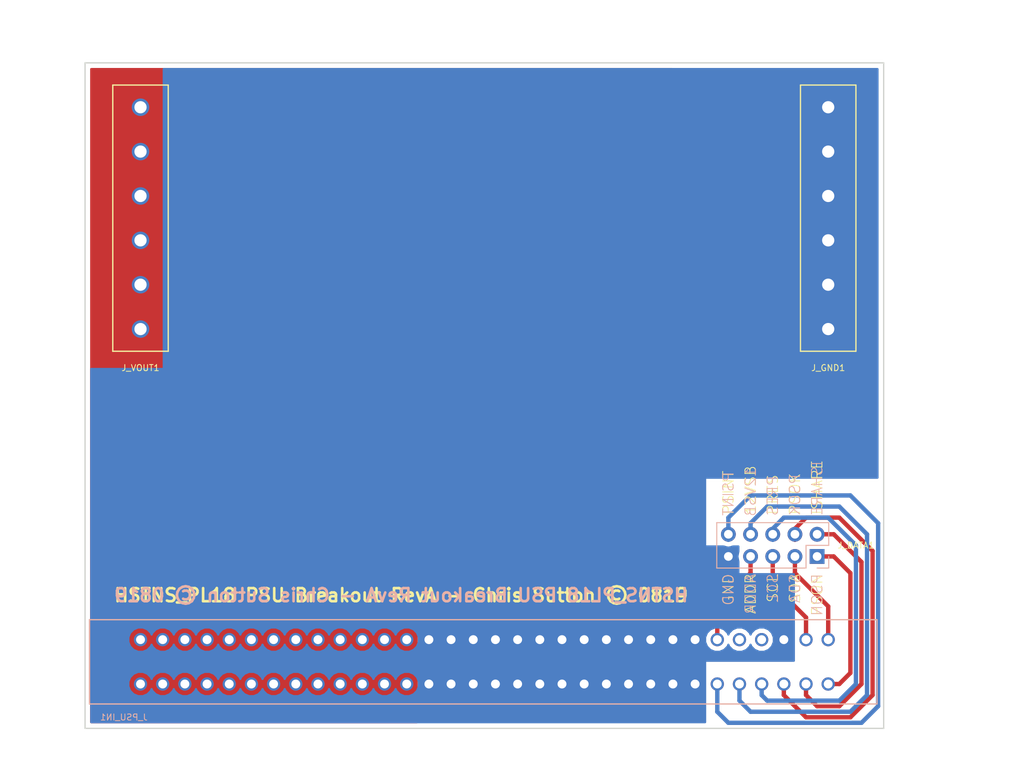
<source format=kicad_pcb>
(kicad_pcb (version 20171130) (host pcbnew "(5.0.0-3-g5ebb6b6)")

  (general
    (thickness 1.6)
    (drawings 26)
    (tracks 57)
    (zones 0)
    (modules 4)
    (nets 12)
  )

  (page A4)
  (layers
    (0 F.Cu signal)
    (31 B.Cu signal)
    (32 B.Adhes user)
    (33 F.Adhes user)
    (34 B.Paste user)
    (35 F.Paste user)
    (36 B.SilkS user)
    (37 F.SilkS user)
    (38 B.Mask user)
    (39 F.Mask user)
    (40 Dwgs.User user)
    (41 Cmts.User user)
    (42 Eco1.User user)
    (43 Eco2.User user)
    (44 Edge.Cuts user)
    (45 Margin user)
    (46 B.CrtYd user)
    (47 F.CrtYd user)
    (48 B.Fab user)
    (49 F.Fab user)
  )

  (setup
    (last_trace_width 0.25)
    (user_trace_width 0.5)
    (trace_clearance 0.2)
    (zone_clearance 0.508)
    (zone_45_only no)
    (trace_min 0.2)
    (segment_width 0.2)
    (edge_width 0.15)
    (via_size 0.8)
    (via_drill 0.4)
    (via_min_size 0.4)
    (via_min_drill 0.3)
    (uvia_size 0.3)
    (uvia_drill 0.1)
    (uvias_allowed no)
    (uvia_min_size 0.2)
    (uvia_min_drill 0.1)
    (pcb_text_width 0.3)
    (pcb_text_size 1.5 1.5)
    (mod_edge_width 0.15)
    (mod_text_size 0.7 0.7)
    (mod_text_width 0.1)
    (pad_size 1.524 1.524)
    (pad_drill 0.762)
    (pad_to_mask_clearance 0.2)
    (aux_axis_origin 0 0)
    (visible_elements FFFFFF7F)
    (pcbplotparams
      (layerselection 0x010fc_ffffffff)
      (usegerberextensions false)
      (usegerberattributes false)
      (usegerberadvancedattributes false)
      (creategerberjobfile false)
      (excludeedgelayer true)
      (linewidth 0.100000)
      (plotframeref false)
      (viasonmask false)
      (mode 1)
      (useauxorigin false)
      (hpglpennumber 1)
      (hpglpenspeed 20)
      (hpglpendiameter 15.000000)
      (psnegative false)
      (psa4output false)
      (plotreference true)
      (plotvalue true)
      (plotinvisibletext false)
      (padsonsilk false)
      (subtractmaskfromsilk false)
      (outputformat 1)
      (mirror false)
      (drillshape 0)
      (scaleselection 1)
      (outputdirectory "gerbers/"))
  )

  (net 0 "")
  (net 1 /ADDR)
  (net 2 /GND)
  (net 3 /SCL)
  (net 4 /SDA)
  (net 5 /PSON)
  (net 6 /ISHARE)
  (net 7 /PSOK)
  (net 8 /PRESENT)
  (net 9 /12VSB)
  (net 10 /PSINTERRUPT)
  (net 11 /12V)

  (net_class Default "This is the default net class."
    (clearance 0.2)
    (trace_width 0.25)
    (via_dia 0.8)
    (via_drill 0.4)
    (uvia_dia 0.3)
    (uvia_drill 0.1)
    (add_net /12V)
    (add_net /12VSB)
    (add_net /ADDR)
    (add_net /GND)
    (add_net /ISHARE)
    (add_net /PRESENT)
    (add_net /PSINTERRUPT)
    (add_net /PSOK)
    (add_net /PSON)
    (add_net /SCL)
    (add_net /SDA)
  )

  (module "Amphenol FCI 10046971-001LF_2x32:Amphenol_FCI_10046971-001LF_2x32" (layer B.Cu) (tedit 5C6F2BF8) (tstamp 5CAEDEB8)
    (at 151.13 119.38 270)
    (descr "Through hole straight socket strip, 2x32, 2.54mm pitch, double cols (from Kicad 4.0.7), script generated")
    (tags "Through hole socket strip THT 2x32 2.54mm double row")
    (path /5C662F1F)
    (fp_text reference J_PSU_IN1 (at 6.35 41.275) (layer B.SilkS)
      (effects (font (size 0.7 0.7) (thickness 0.1)) (justify mirror))
    )
    (fp_text value "Amphenol FCI 10046971-001LF" (at -0.635 54.61 270) (layer B.Fab)
      (effects (font (size 1 1) (thickness 0.15)) (justify mirror))
    )
    (fp_line (start 4.826 45.212) (end -4.826 45.212) (layer B.SilkS) (width 0.15))
    (fp_line (start -4.826 45.212) (end -4.826 -44.958) (layer B.SilkS) (width 0.15))
    (fp_line (start -4.826 -44.958) (end 4.826 -44.958) (layer B.SilkS) (width 0.15))
    (fp_line (start 4.826 -44.958) (end 4.826 45.212) (layer B.SilkS) (width 0.15))
    (pad 32 thru_hole circle (at -2.54 -39.37 270) (size 1.524 1.524) (drill 1.02) (layers *.Cu *.Mask)
      (net 4 /SDA))
    (pad 30 thru_hole circle (at -2.54 -34.29 270) (size 1.524 1.524) (drill 1.02) (layers *.Cu *.Mask)
      (net 2 /GND))
    (pad 29 thru_hole circle (at -2.54 -31.75 270) (size 1.524 1.524) (drill 1.02) (layers *.Cu *.Mask))
    (pad 28 thru_hole circle (at -2.54 -29.21 270) (size 1.524 1.524) (drill 1.02) (layers *.Cu *.Mask))
    (pad 27 thru_hole circle (at -2.54 -26.67 270) (size 1.524 1.524) (drill 1.02) (layers *.Cu *.Mask)
      (net 1 /ADDR))
    (pad 26 thru_hole circle (at -2.54 -24.13 270) (size 1.524 1.524) (drill 1.02) (layers *.Cu *.Mask)
      (net 2 /GND))
    (pad 25 thru_hole circle (at -2.54 -21.59 270) (size 1.524 1.524) (drill 1.02) (layers *.Cu *.Mask)
      (net 2 /GND))
    (pad 24 thru_hole circle (at -2.54 -19.05 270) (size 1.524 1.524) (drill 1.02) (layers *.Cu *.Mask)
      (net 2 /GND))
    (pad 23 thru_hole circle (at -2.54 -16.51 270) (size 1.524 1.524) (drill 1.02) (layers *.Cu *.Mask)
      (net 2 /GND))
    (pad 22 thru_hole circle (at -2.54 -13.97 270) (size 1.524 1.524) (drill 1.02) (layers *.Cu *.Mask)
      (net 2 /GND))
    (pad 21 thru_hole circle (at -2.54 -11.43 270) (size 1.524 1.524) (drill 1.02) (layers *.Cu *.Mask)
      (net 2 /GND))
    (pad 20 thru_hole circle (at -2.54 -8.89 270) (size 1.524 1.524) (drill 1.02) (layers *.Cu *.Mask)
      (net 2 /GND))
    (pad 19 thru_hole circle (at -2.54 -6.35 270) (size 1.524 1.524) (drill 1.02) (layers *.Cu *.Mask)
      (net 2 /GND))
    (pad 18 thru_hole circle (at -2.54 -3.81 270) (size 1.524 1.524) (drill 1.02) (layers *.Cu *.Mask)
      (net 2 /GND))
    (pad 17 thru_hole circle (at -2.54 -1.27 270) (size 1.524 1.524) (drill 1.02) (layers *.Cu *.Mask)
      (net 2 /GND))
    (pad 16 thru_hole circle (at -2.54 1.27 270) (size 1.524 1.524) (drill 1.02) (layers *.Cu *.Mask)
      (net 2 /GND))
    (pad 15 thru_hole circle (at -2.54 3.81 270) (size 1.524 1.524) (drill 1.02) (layers *.Cu *.Mask)
      (net 2 /GND))
    (pad 14 thru_hole circle (at -2.54 6.35 270) (size 1.524 1.524) (drill 1.02) (layers *.Cu *.Mask)
      (net 2 /GND))
    (pad 13 thru_hole circle (at -2.54 8.89 270) (size 1.524 1.524) (drill 1.02) (layers *.Cu *.Mask)
      (net 11 /12V))
    (pad 12 thru_hole circle (at -2.54 11.43 270) (size 1.524 1.524) (drill 1.02) (layers *.Cu *.Mask)
      (net 11 /12V))
    (pad 11 thru_hole circle (at -2.54 13.97 270) (size 1.524 1.524) (drill 1.02) (layers *.Cu *.Mask)
      (net 11 /12V))
    (pad 10 thru_hole circle (at -2.54 16.51 270) (size 1.524 1.524) (drill 1.02) (layers *.Cu *.Mask)
      (net 11 /12V))
    (pad 9 thru_hole circle (at -2.54 19.05 270) (size 1.524 1.524) (drill 1.02) (layers *.Cu *.Mask)
      (net 11 /12V))
    (pad 8 thru_hole circle (at -2.54 21.59 270) (size 1.524 1.524) (drill 1.02) (layers *.Cu *.Mask)
      (net 11 /12V))
    (pad 7 thru_hole circle (at -2.54 24.13 270) (size 1.524 1.524) (drill 1.02) (layers *.Cu *.Mask)
      (net 11 /12V))
    (pad 6 thru_hole circle (at -2.54 26.67 270) (size 1.524 1.524) (drill 1.02) (layers *.Cu *.Mask)
      (net 11 /12V))
    (pad 5 thru_hole circle (at -2.54 29.21 270) (size 1.524 1.524) (drill 1.02) (layers *.Cu *.Mask)
      (net 11 /12V))
    (pad 4 thru_hole circle (at -2.54 31.75 270) (size 1.524 1.524) (drill 1.02) (layers *.Cu *.Mask)
      (net 11 /12V))
    (pad 3 thru_hole circle (at -2.54 34.29 270) (size 1.524 1.524) (drill 1.02) (layers *.Cu *.Mask)
      (net 11 /12V))
    (pad 2 thru_hole circle (at -2.54 36.83 270) (size 1.524 1.524) (drill 1.02) (layers *.Cu *.Mask)
      (net 11 /12V))
    (pad 1 thru_hole circle (at -2.54 39.37 270) (size 1.524 1.524) (drill 1.02) (layers *.Cu *.Mask)
      (net 11 /12V))
    (pad 31 thru_hole circle (at -2.54 -36.83 270) (size 1.524 1.524) (drill 1.02) (layers *.Cu *.Mask)
      (net 3 /SCL))
    (pad 33 thru_hole circle (at 2.54 -39.37 270) (size 1.524 1.524) (drill 1.02) (layers *.Cu *.Mask)
      (net 5 /PSON))
    (pad 34 thru_hole circle (at 2.54 -36.83 270) (size 1.524 1.524) (drill 1.02) (layers *.Cu *.Mask)
      (net 6 /ISHARE))
    (pad 35 thru_hole circle (at 2.54 -34.29 270) (size 1.524 1.524) (drill 1.02) (layers *.Cu *.Mask)
      (net 7 /PSOK))
    (pad 36 thru_hole circle (at 2.54 -31.75 270) (size 1.524 1.524) (drill 1.02) (layers *.Cu *.Mask)
      (net 8 /PRESENT))
    (pad 37 thru_hole circle (at 2.54 -29.21 270) (size 1.524 1.524) (drill 1.02) (layers *.Cu *.Mask)
      (net 9 /12VSB))
    (pad 38 thru_hole circle (at 2.54 -26.67 270) (size 1.524 1.524) (drill 1.02) (layers *.Cu *.Mask)
      (net 10 /PSINTERRUPT))
    (pad 39 thru_hole circle (at 2.54 -24.13 270) (size 1.524 1.524) (drill 1.02) (layers *.Cu *.Mask)
      (net 2 /GND))
    (pad 40 thru_hole circle (at 2.54 -21.59 270) (size 1.524 1.524) (drill 1.02) (layers *.Cu *.Mask)
      (net 2 /GND))
    (pad 41 thru_hole circle (at 2.54 -19.05 270) (size 1.524 1.524) (drill 1.02) (layers *.Cu *.Mask)
      (net 2 /GND))
    (pad 42 thru_hole circle (at 2.54 -16.51 270) (size 1.524 1.524) (drill 1.02) (layers *.Cu *.Mask)
      (net 2 /GND))
    (pad 43 thru_hole circle (at 2.54 -13.97 270) (size 1.524 1.524) (drill 1.02) (layers *.Cu *.Mask)
      (net 2 /GND))
    (pad 44 thru_hole circle (at 2.54 -11.43 270) (size 1.524 1.524) (drill 1.02) (layers *.Cu *.Mask)
      (net 2 /GND))
    (pad 45 thru_hole circle (at 2.54 -8.89 270) (size 1.524 1.524) (drill 1.02) (layers *.Cu *.Mask)
      (net 2 /GND))
    (pad 46 thru_hole circle (at 2.54 -6.35 270) (size 1.524 1.524) (drill 1.02) (layers *.Cu *.Mask)
      (net 2 /GND))
    (pad 47 thru_hole circle (at 2.54 -3.81 270) (size 1.524 1.524) (drill 1.02) (layers *.Cu *.Mask)
      (net 2 /GND))
    (pad 48 thru_hole circle (at 2.54 -1.27 270) (size 1.524 1.524) (drill 1.02) (layers *.Cu *.Mask)
      (net 2 /GND))
    (pad 49 thru_hole circle (at 2.54 1.27 270) (size 1.524 1.524) (drill 1.02) (layers *.Cu *.Mask)
      (net 2 /GND))
    (pad 50 thru_hole circle (at 2.54 3.81 270) (size 1.524 1.524) (drill 1.02) (layers *.Cu *.Mask)
      (net 2 /GND))
    (pad 51 thru_hole circle (at 2.54 6.35 270) (size 1.524 1.524) (drill 1.02) (layers *.Cu *.Mask)
      (net 2 /GND))
    (pad 52 thru_hole circle (at 2.54 8.89 270) (size 1.524 1.524) (drill 1.02) (layers *.Cu *.Mask)
      (net 11 /12V))
    (pad 53 thru_hole circle (at 2.54 11.43 270) (size 1.524 1.524) (drill 1.02) (layers *.Cu *.Mask)
      (net 11 /12V))
    (pad 54 thru_hole circle (at 2.54 13.97 270) (size 1.524 1.524) (drill 1.02) (layers *.Cu *.Mask)
      (net 11 /12V))
    (pad 55 thru_hole circle (at 2.54 16.51 270) (size 1.524 1.524) (drill 1.02) (layers *.Cu *.Mask)
      (net 11 /12V))
    (pad 56 thru_hole circle (at 2.54 19.05 270) (size 1.524 1.524) (drill 1.02) (layers *.Cu *.Mask)
      (net 11 /12V))
    (pad 57 thru_hole circle (at 2.54 21.59 270) (size 1.524 1.524) (drill 1.02) (layers *.Cu *.Mask)
      (net 11 /12V))
    (pad 58 thru_hole circle (at 2.54 24.13 270) (size 1.524 1.524) (drill 1.02) (layers *.Cu *.Mask)
      (net 11 /12V))
    (pad 59 thru_hole circle (at 2.54 26.67 270) (size 1.524 1.524) (drill 1.02) (layers *.Cu *.Mask)
      (net 11 /12V))
    (pad 60 thru_hole circle (at 2.54 29.21 270) (size 1.524 1.524) (drill 1.02) (layers *.Cu *.Mask)
      (net 11 /12V))
    (pad 61 thru_hole circle (at 2.54 31.75 270) (size 1.524 1.524) (drill 1.02) (layers *.Cu *.Mask)
      (net 11 /12V))
    (pad 62 thru_hole circle (at 2.54 34.29 270) (size 1.524 1.524) (drill 1.02) (layers *.Cu *.Mask)
      (net 11 /12V))
    (pad 63 thru_hole circle (at 2.54 36.83 270) (size 1.524 1.524) (drill 1.02) (layers *.Cu *.Mask)
      (net 11 /12V))
    (pad 64 thru_hole circle (at 2.54 39.37 270) (size 1.524 1.524) (drill 1.02) (layers *.Cu *.Mask)
      (net 11 /12V))
    (model ${KIPRJMOD}/lib/3d/10046971001LFc.stp
      (at (xyz 0 0 0))
      (scale (xyz 1 1 1))
      (rotate (xyz 0 0 90))
    )
  )

  (module "Samtec HPM-06-02-T-S-RA_1x6:Samtec HPM-06-02-T-S-RA_2x6" (layer F.Cu) (tedit 5C6F1B22) (tstamp 5C958990)
    (at 190.5 68.58)
    (path /5C7B77A7)
    (fp_text reference J_GND1 (at 0 17.145) (layer F.SilkS)
      (effects (font (size 0.7 0.7) (thickness 0.1)))
    )
    (fp_text value 1x6_5.08mm (at -1.27 -24.13) (layer F.Fab)
      (effects (font (size 1 1) (thickness 0.15)))
    )
    (fp_line (start 3.175 -15.24) (end 3.175 15.24) (layer F.SilkS) (width 0.15))
    (fp_line (start -3.175 -15.24) (end 3.175 -15.24) (layer F.SilkS) (width 0.15))
    (fp_line (start -3.175 15.24) (end -3.175 -15.24) (layer F.SilkS) (width 0.15))
    (fp_line (start 3.175 15.24) (end -3.175 15.24) (layer F.SilkS) (width 0.15))
    (pad 6 thru_hole circle (at 0 12.7) (size 2 2) (drill 1.4) (layers *.Cu *.Mask)
      (net 2 /GND))
    (pad 5 thru_hole circle (at 0 7.62) (size 2 2) (drill 1.4) (layers *.Cu *.Mask)
      (net 2 /GND))
    (pad 4 thru_hole circle (at 0 2.54) (size 2 2) (drill 1.4) (layers *.Cu *.Mask)
      (net 2 /GND))
    (pad 3 thru_hole circle (at 0 -2.54) (size 2 2) (drill 1.4) (layers *.Cu *.Mask)
      (net 2 /GND))
    (pad 2 thru_hole circle (at 0 -7.62) (size 2 2) (drill 1.4) (layers *.Cu *.Mask)
      (net 2 /GND))
    (pad 1 thru_hole circle (at 0 -12.7) (size 2 2) (drill 1.4) (layers *.Cu *.Mask)
      (net 2 /GND))
    (model ${KIPRJMOD}/lib/3d/HPM-06-05-T-S.stp
      (offset (xyz 0 0 2.5))
      (scale (xyz 1 1 1))
      (rotate (xyz 90 0 90))
    )
  )

  (module "Samtec HPM-06-02-T-S-RA_1x6:Samtec HPM-06-02-T-S-RA_2x6" (layer F.Cu) (tedit 5C6F1B22) (tstamp 5C9589F4)
    (at 111.76 68.58)
    (path /5C7B7751)
    (fp_text reference J_VOUT1 (at 0 17.145) (layer F.SilkS)
      (effects (font (size 0.7 0.7) (thickness 0.1)))
    )
    (fp_text value 1x6_5.08mm (at -1.27 -24.13) (layer F.Fab)
      (effects (font (size 1 1) (thickness 0.15)))
    )
    (fp_line (start 3.175 15.24) (end -3.175 15.24) (layer F.SilkS) (width 0.15))
    (fp_line (start -3.175 15.24) (end -3.175 -15.24) (layer F.SilkS) (width 0.15))
    (fp_line (start -3.175 -15.24) (end 3.175 -15.24) (layer F.SilkS) (width 0.15))
    (fp_line (start 3.175 -15.24) (end 3.175 15.24) (layer F.SilkS) (width 0.15))
    (pad 1 thru_hole circle (at 0 -12.7) (size 2 2) (drill 1.4) (layers *.Cu *.Mask)
      (net 11 /12V))
    (pad 2 thru_hole circle (at 0 -7.62) (size 2 2) (drill 1.4) (layers *.Cu *.Mask)
      (net 11 /12V))
    (pad 3 thru_hole circle (at 0 -2.54) (size 2 2) (drill 1.4) (layers *.Cu *.Mask)
      (net 11 /12V))
    (pad 4 thru_hole circle (at 0 2.54) (size 2 2) (drill 1.4) (layers *.Cu *.Mask)
      (net 11 /12V))
    (pad 5 thru_hole circle (at 0 7.62) (size 2 2) (drill 1.4) (layers *.Cu *.Mask)
      (net 11 /12V))
    (pad 6 thru_hole circle (at 0 12.7) (size 2 2) (drill 1.4) (layers *.Cu *.Mask)
      (net 11 /12V))
    (model ${KIPRJMOD}/lib/3d/HPM-06-05-T-S.stp
      (offset (xyz 0 0 2.5))
      (scale (xyz 1 1 1))
      (rotate (xyz 90 0 90))
    )
  )

  (module Connector_PinHeader_2.54mm:PinHeader_2x05_P2.54mm_Vertical (layer B.Cu) (tedit 5C6F5DE8) (tstamp 5CAF746E)
    (at 189.23 107.315 90)
    (descr "Through hole straight pin header, 2x05, 2.54mm pitch, double rows")
    (tags "Through hole pin header THT 2x05 2.54mm double row")
    (path /5C74C643)
    (fp_text reference J_DATA1 (at 1.27 4.445) (layer F.SilkS)
      (effects (font (size 0.7 0.7) (thickness 0.1)))
    )
    (fp_text value 2x5_2.54mm (at 0.635 22.86 90) (layer B.Fab)
      (effects (font (size 1 1) (thickness 0.15)) (justify mirror))
    )
    (fp_line (start 0 1.27) (end 3.81 1.27) (layer B.Fab) (width 0.1))
    (fp_line (start 3.81 1.27) (end 3.81 -11.43) (layer B.Fab) (width 0.1))
    (fp_line (start 3.81 -11.43) (end -1.27 -11.43) (layer B.Fab) (width 0.1))
    (fp_line (start -1.27 -11.43) (end -1.27 0) (layer B.Fab) (width 0.1))
    (fp_line (start -1.27 0) (end 0 1.27) (layer B.Fab) (width 0.1))
    (fp_line (start -1.33 -11.49) (end 3.87 -11.49) (layer B.SilkS) (width 0.12))
    (fp_line (start -1.33 -1.27) (end -1.33 -11.49) (layer B.SilkS) (width 0.12))
    (fp_line (start 3.87 1.33) (end 3.87 -11.49) (layer B.SilkS) (width 0.12))
    (fp_line (start -1.33 -1.27) (end 1.27 -1.27) (layer B.SilkS) (width 0.12))
    (fp_line (start 1.27 -1.27) (end 1.27 1.33) (layer B.SilkS) (width 0.12))
    (fp_line (start 1.27 1.33) (end 3.87 1.33) (layer B.SilkS) (width 0.12))
    (fp_line (start -1.33 0) (end -1.33 1.33) (layer B.SilkS) (width 0.12))
    (fp_line (start -1.33 1.33) (end 0 1.33) (layer B.SilkS) (width 0.12))
    (fp_line (start -1.8 1.8) (end -1.8 -11.95) (layer B.CrtYd) (width 0.05))
    (fp_line (start -1.8 -11.95) (end 4.35 -11.95) (layer B.CrtYd) (width 0.05))
    (fp_line (start 4.35 -11.95) (end 4.35 1.8) (layer B.CrtYd) (width 0.05))
    (fp_line (start 4.35 1.8) (end -1.8 1.8) (layer B.CrtYd) (width 0.05))
    (fp_text user %R (at 1.27 -5.08) (layer B.Fab)
      (effects (font (size 1 1) (thickness 0.15)) (justify mirror))
    )
    (pad 1 thru_hole rect (at 0 0 90) (size 1.7 1.7) (drill 1) (layers *.Cu *.Mask)
      (net 5 /PSON))
    (pad 2 thru_hole oval (at 2.54 0 90) (size 1.7 1.7) (drill 1) (layers *.Cu *.Mask)
      (net 6 /ISHARE))
    (pad 3 thru_hole oval (at 0 -2.54 90) (size 1.7 1.7) (drill 1) (layers *.Cu *.Mask)
      (net 4 /SDA))
    (pad 4 thru_hole oval (at 2.54 -2.54 90) (size 1.7 1.7) (drill 1) (layers *.Cu *.Mask)
      (net 7 /PSOK))
    (pad 5 thru_hole oval (at 0 -5.08 90) (size 1.7 1.7) (drill 1) (layers *.Cu *.Mask)
      (net 3 /SCL))
    (pad 6 thru_hole oval (at 2.54 -5.08 90) (size 1.7 1.7) (drill 1) (layers *.Cu *.Mask)
      (net 8 /PRESENT))
    (pad 7 thru_hole oval (at 0 -7.62 90) (size 1.7 1.7) (drill 1) (layers *.Cu *.Mask)
      (net 1 /ADDR))
    (pad 8 thru_hole oval (at 2.54 -7.62 90) (size 1.7 1.7) (drill 1) (layers *.Cu *.Mask)
      (net 9 /12VSB))
    (pad 9 thru_hole oval (at 0 -10.16 90) (size 1.7 1.7) (drill 1) (layers *.Cu *.Mask)
      (net 2 /GND))
    (pad 10 thru_hole oval (at 2.54 -10.16 90) (size 1.7 1.7) (drill 1) (layers *.Cu *.Mask)
      (net 10 /PSINTERRUPT))
    (model ${KISYS3DMOD}/Connector_PinHeader_2.54mm.3dshapes/PinHeader_2x05_P2.54mm_Vertical.wrl
      (offset (xyz 2.5 0 -1.5))
      (scale (xyz 1 1 1))
      (rotate (xyz 0 180 0))
    )
  )

  (gr_text "HSTNS_PL18 PSU Breakout RevA - Chris Sutton © 0819" (at 141.605 111.76) (layer F.SilkS) (tstamp 5CAF7145)
    (effects (font (size 1.5 1.5) (thickness 0.3)))
  )
  (gr_text "HSTNS_PL18 PSU Breakout RevA - Chris Sutton © 0819" (at 141.605 111.76) (layer B.SilkS)
    (effects (font (size 1.5 1.5) (thickness 0.3)) (justify mirror))
  )
  (gr_text ADDR (at 181.61 109.22 90) (layer B.SilkS) (tstamp 5CAF1A23)
    (effects (font (size 1.2 1.2) (thickness 0.1)) (justify left mirror))
  )
  (gr_text SDA (at 186.69 109.22 90) (layer B.SilkS) (tstamp 5CAF1A22)
    (effects (font (size 1.2 1.2) (thickness 0.1)) (justify left mirror))
  )
  (gr_text PSINT (at 179.07 102.743 90) (layer B.SilkS) (tstamp 5CAF1A21)
    (effects (font (size 1.2 1.2) (thickness 0.1)) (justify right mirror))
  )
  (gr_text SCL (at 184.15 109.22 90) (layer B.SilkS) (tstamp 5CAF1A20)
    (effects (font (size 1.2 1.2) (thickness 0.1)) (justify left mirror))
  )
  (gr_text ISHARE (at 189.23 102.743 90) (layer B.SilkS) (tstamp 5CAF1A1F)
    (effects (font (size 1.2 1.2) (thickness 0.1)) (justify right mirror))
  )
  (gr_text PRES (at 184.15 102.743 90) (layer B.SilkS) (tstamp 5CAF1A1E)
    (effects (font (size 1.2 1.2) (thickness 0.1)) (justify right mirror))
  )
  (gr_text PSOK (at 186.69 102.743 90) (layer B.SilkS) (tstamp 5CAF1A1D)
    (effects (font (size 1.2 1.2) (thickness 0.1)) (justify right mirror))
  )
  (gr_text PSON (at 189.23 109.22 90) (layer B.SilkS) (tstamp 5CAF1A1C)
    (effects (font (size 1.2 1.2) (thickness 0.1)) (justify left mirror))
  )
  (gr_text 12VSB (at 181.61 97.028 90) (layer B.SilkS) (tstamp 5CAF1A1B)
    (effects (font (size 1.2 1.2) (thickness 0.1)) (justify left mirror))
  )
  (gr_text GND (at 179.07 109.22 90) (layer B.SilkS) (tstamp 5CAF1A1A)
    (effects (font (size 1.2 1.2) (thickness 0.1)) (justify left mirror))
  )
  (gr_text PSON (at 189.23 109.22 90) (layer F.SilkS) (tstamp 5CAF1859)
    (effects (font (size 1.2 1.2) (thickness 0.1)) (justify right))
  )
  (gr_text ISHARE (at 189.23 102.616 90) (layer F.SilkS) (tstamp 5CAF1857)
    (effects (font (size 1.2 1.2) (thickness 0.1)) (justify left))
  )
  (gr_text PSOK (at 186.69 102.616 90) (layer F.SilkS) (tstamp 5CAF1855)
    (effects (font (size 1.2 1.2) (thickness 0.1)) (justify left))
  )
  (gr_text PRES (at 184.15 102.616 90) (layer F.SilkS) (tstamp 5CAF1853)
    (effects (font (size 1.2 1.2) (thickness 0.1)) (justify left))
  )
  (gr_text 12VSB (at 181.61 102.616 90) (layer F.SilkS) (tstamp 5CAF1850)
    (effects (font (size 1.2 1.2) (thickness 0.1)) (justify left))
  )
  (gr_text PSINT (at 179.07 102.616 90) (layer F.SilkS) (tstamp 5CAF184E)
    (effects (font (size 1.2 1.2) (thickness 0.1)) (justify left))
  )
  (gr_text SDA (at 186.69 109.22 90) (layer F.SilkS) (tstamp 5CAF184C)
    (effects (font (size 1.2 1.2) (thickness 0.1)) (justify right))
  )
  (gr_text SCL (at 184.15 109.22 90) (layer F.SilkS) (tstamp 5CAF1846)
    (effects (font (size 1.2 1.2) (thickness 0.1)) (justify right))
  )
  (gr_text GND (at 179.07 109.22 90) (layer F.SilkS) (tstamp 5CAF1843)
    (effects (font (size 1.2 1.2) (thickness 0.1)) (justify right))
  )
  (gr_text ADDR (at 181.61 109.22 90) (layer F.SilkS)
    (effects (font (size 1.2 1.2) (thickness 0.1)) (justify right))
  )
  (gr_line (start 105.41 127) (end 105.41 50.8) (layer Edge.Cuts) (width 0.15))
  (gr_line (start 196.85 127) (end 105.41 127) (layer Edge.Cuts) (width 0.15))
  (gr_line (start 196.85 50.8) (end 196.85 127) (layer Edge.Cuts) (width 0.15))
  (gr_line (start 105.41 50.8) (end 196.85 50.8) (layer Edge.Cuts) (width 0.15))

  (segment (start 181.61 107.315) (end 181.61 109.22) (width 0.5) (layer F.Cu) (net 1))
  (segment (start 177.8 113.03) (end 177.8 116.84) (width 0.5) (layer F.Cu) (net 1))
  (segment (start 181.61 109.22) (end 177.8 113.03) (width 0.5) (layer F.Cu) (net 1))
  (segment (start 184.15 107.95) (end 184.15 110.49) (width 0.5) (layer F.Cu) (net 3))
  (segment (start 187.96 114.3) (end 187.96 116.84) (width 0.5) (layer F.Cu) (net 3))
  (segment (start 184.15 110.49) (end 187.96 114.3) (width 0.5) (layer F.Cu) (net 3))
  (segment (start 186.69 107.95) (end 186.69 109.22) (width 0.5) (layer F.Cu) (net 4))
  (segment (start 190.5 113.03) (end 190.5 116.84) (width 0.5) (layer F.Cu) (net 4))
  (segment (start 186.69 109.22) (end 190.5 113.03) (width 0.5) (layer F.Cu) (net 4))
  (segment (start 191.135 107.315) (end 189.865 107.315) (width 0.5) (layer F.Cu) (net 5))
  (segment (start 193.04 109.22) (end 191.135 107.315) (width 0.5) (layer F.Cu) (net 5))
  (segment (start 193.04 120.65) (end 193.04 109.22) (width 0.5) (layer F.Cu) (net 5))
  (segment (start 191.77 121.92) (end 193.04 120.65) (width 0.5) (layer F.Cu) (net 5))
  (segment (start 190.5 121.92) (end 191.77 121.92) (width 0.5) (layer F.Cu) (net 5))
  (segment (start 187.96 123.19) (end 187.96 121.92) (width 0.5) (layer F.Cu) (net 6))
  (segment (start 189.23 124.46) (end 187.96 123.19) (width 0.5) (layer F.Cu) (net 6))
  (segment (start 191.77 124.46) (end 189.23 124.46) (width 0.5) (layer F.Cu) (net 6))
  (segment (start 191.135 104.775) (end 194.31 107.95) (width 0.5) (layer F.Cu) (net 6))
  (segment (start 189.865 104.775) (end 191.135 104.775) (width 0.5) (layer F.Cu) (net 6))
  (segment (start 194.31 121.92) (end 191.77 124.46) (width 0.5) (layer F.Cu) (net 6))
  (segment (start 194.31 107.95) (end 194.31 121.92) (width 0.5) (layer F.Cu) (net 6))
  (segment (start 191.77 102.87) (end 187.96 102.87) (width 0.5) (layer F.Cu) (net 7))
  (segment (start 195.58 123.19) (end 195.58 106.68) (width 0.5) (layer F.Cu) (net 7))
  (segment (start 195.58 106.68) (end 191.77 102.87) (width 0.5) (layer F.Cu) (net 7))
  (segment (start 193.04 125.73) (end 195.58 123.19) (width 0.5) (layer F.Cu) (net 7))
  (segment (start 186.69 104.14) (end 186.69 105.41) (width 0.5) (layer F.Cu) (net 7))
  (segment (start 187.96 102.87) (end 186.69 104.14) (width 0.5) (layer F.Cu) (net 7))
  (segment (start 187.96 125.73) (end 193.04 125.73) (width 0.5) (layer F.Cu) (net 7))
  (segment (start 185.42 123.19) (end 187.96 125.73) (width 0.5) (layer F.Cu) (net 7))
  (segment (start 185.42 121.92) (end 185.42 123.19) (width 0.5) (layer F.Cu) (net 7))
  (segment (start 185.42 102.87) (end 184.15 104.14) (width 0.5) (layer B.Cu) (net 8))
  (segment (start 190.5 102.87) (end 185.42 102.87) (width 0.5) (layer B.Cu) (net 8))
  (segment (start 193.675 106.045) (end 190.5 102.87) (width 0.5) (layer B.Cu) (net 8))
  (segment (start 193.675 121.92) (end 193.675 106.045) (width 0.5) (layer B.Cu) (net 8))
  (segment (start 183.515 123.825) (end 191.77 123.825) (width 0.5) (layer B.Cu) (net 8))
  (segment (start 182.88 123.19) (end 183.515 123.825) (width 0.5) (layer B.Cu) (net 8))
  (segment (start 184.15 104.14) (end 184.15 105.41) (width 0.5) (layer B.Cu) (net 8))
  (segment (start 191.77 123.825) (end 193.675 121.92) (width 0.5) (layer B.Cu) (net 8))
  (segment (start 182.88 121.92) (end 182.88 123.19) (width 0.5) (layer B.Cu) (net 8))
  (segment (start 183.515 101.6) (end 181.61 103.505) (width 0.5) (layer B.Cu) (net 9))
  (segment (start 191.77 101.6) (end 183.515 101.6) (width 0.5) (layer B.Cu) (net 9))
  (segment (start 194.945 104.775) (end 191.77 101.6) (width 0.5) (layer B.Cu) (net 9))
  (segment (start 180.34 121.92) (end 180.34 123.825) (width 0.5) (layer B.Cu) (net 9))
  (segment (start 180.34 123.825) (end 181.61 125.095) (width 0.5) (layer B.Cu) (net 9))
  (segment (start 181.61 125.095) (end 193.04 125.095) (width 0.5) (layer B.Cu) (net 9))
  (segment (start 193.04 125.095) (end 194.945 123.19) (width 0.5) (layer B.Cu) (net 9))
  (segment (start 181.61 103.505) (end 181.61 105.41) (width 0.5) (layer B.Cu) (net 9))
  (segment (start 194.945 123.19) (end 194.945 104.775) (width 0.5) (layer B.Cu) (net 9))
  (segment (start 177.8 125.095) (end 177.8 121.92) (width 0.5) (layer B.Cu) (net 10))
  (segment (start 179.07 126.365) (end 177.8 125.095) (width 0.5) (layer B.Cu) (net 10))
  (segment (start 194.31 126.365) (end 179.07 126.365) (width 0.5) (layer B.Cu) (net 10))
  (segment (start 196.215 124.46) (end 194.31 126.365) (width 0.5) (layer B.Cu) (net 10))
  (segment (start 179.07 102.87) (end 181.61 100.33) (width 0.5) (layer B.Cu) (net 10))
  (segment (start 193.04 100.33) (end 196.215 103.505) (width 0.5) (layer B.Cu) (net 10))
  (segment (start 181.61 100.33) (end 193.04 100.33) (width 0.5) (layer B.Cu) (net 10))
  (segment (start 196.215 103.505) (end 196.215 124.46) (width 0.5) (layer B.Cu) (net 10))
  (segment (start 179.07 105.41) (end 179.07 102.87) (width 0.5) (layer B.Cu) (net 10))

  (zone (net 11) (net_name /12V) (layer F.Cu) (tstamp 5CAF79A6) (hatch edge 0.508)
    (connect_pads yes (clearance 0.508))
    (min_thickness 0.254)
    (fill yes (arc_segments 16) (thermal_gap 0.508) (thermal_bridge_width 0.508))
    (polygon
      (pts
        (xy 105.41 50.8) (xy 105.41 127) (xy 143.51 127) (xy 143.51 113.03) (xy 167.005 113.03)
        (xy 172.72 107.315) (xy 172.72 50.8)
      )
    )
    (filled_polygon
      (pts
        (xy 172.593 107.262394) (xy 166.952394 112.903) (xy 143.51 112.903) (xy 143.461399 112.912667) (xy 143.420197 112.940197)
        (xy 143.392667 112.981399) (xy 143.383 113.03) (xy 143.383 126.29) (xy 106.12 126.29) (xy 106.12 51.51)
        (xy 172.593 51.51)
      )
    )
  )
  (zone (net 2) (net_name /GND) (layer B.Cu) (tstamp 5CAF79A3) (hatch edge 0.508)
    (connect_pads yes (clearance 0.508))
    (min_thickness 0.254)
    (fill yes (arc_segments 16) (thermal_gap 0.508) (thermal_bridge_width 0.508))
    (polygon
      (pts
        (xy 114.3 50.8) (xy 114.3 85.725) (xy 105.41 85.725) (xy 105.41 127) (xy 176.53 127)
        (xy 176.53 119.38) (xy 186.69 119.38) (xy 186.69 109.22) (xy 180.34 109.22) (xy 180.34 106.045)
        (xy 176.53 106.045) (xy 176.53 98.425) (xy 196.85 98.425) (xy 196.85 85.09) (xy 196.85 50.8)
      )
    )
    (filled_polygon
      (pts
        (xy 196.140001 98.298) (xy 176.53 98.298) (xy 176.481399 98.307667) (xy 176.440197 98.335197) (xy 176.412667 98.376399)
        (xy 176.403 98.425) (xy 176.403 106.045) (xy 176.412667 106.093601) (xy 176.440197 106.134803) (xy 176.481399 106.162333)
        (xy 176.53 106.172) (xy 178.48783 106.172) (xy 178.490582 106.173839) (xy 178.675153 106.210552) (xy 178.72469 106.243652)
        (xy 179.07 106.312338) (xy 179.415309 106.243652) (xy 179.464846 106.210553) (xy 179.649418 106.173839) (xy 179.65217 106.172)
        (xy 180.213 106.172) (xy 180.213 106.73283) (xy 180.211161 106.735582) (xy 180.095908 107.315) (xy 180.211161 107.894418)
        (xy 180.213 107.89717) (xy 180.213 109.22) (xy 180.222667 109.268601) (xy 180.250197 109.309803) (xy 180.291399 109.337333)
        (xy 180.34 109.347) (xy 186.563 109.347) (xy 186.563 119.253) (xy 176.53 119.253) (xy 176.481399 119.262667)
        (xy 176.440197 119.290197) (xy 176.412667 119.331399) (xy 176.403 119.38) (xy 176.403 126.29) (xy 106.12 126.29)
        (xy 106.12 121.642119) (xy 110.363 121.642119) (xy 110.363 122.197881) (xy 110.57568 122.711337) (xy 110.968663 123.10432)
        (xy 111.482119 123.317) (xy 112.037881 123.317) (xy 112.551337 123.10432) (xy 112.94432 122.711337) (xy 113.03 122.504487)
        (xy 113.11568 122.711337) (xy 113.508663 123.10432) (xy 114.022119 123.317) (xy 114.577881 123.317) (xy 115.091337 123.10432)
        (xy 115.48432 122.711337) (xy 115.57 122.504487) (xy 115.65568 122.711337) (xy 116.048663 123.10432) (xy 116.562119 123.317)
        (xy 117.117881 123.317) (xy 117.631337 123.10432) (xy 118.02432 122.711337) (xy 118.11 122.504487) (xy 118.19568 122.711337)
        (xy 118.588663 123.10432) (xy 119.102119 123.317) (xy 119.657881 123.317) (xy 120.171337 123.10432) (xy 120.56432 122.711337)
        (xy 120.65 122.504487) (xy 120.73568 122.711337) (xy 121.128663 123.10432) (xy 121.642119 123.317) (xy 122.197881 123.317)
        (xy 122.711337 123.10432) (xy 123.10432 122.711337) (xy 123.19 122.504487) (xy 123.27568 122.711337) (xy 123.668663 123.10432)
        (xy 124.182119 123.317) (xy 124.737881 123.317) (xy 125.251337 123.10432) (xy 125.64432 122.711337) (xy 125.73 122.504487)
        (xy 125.81568 122.711337) (xy 126.208663 123.10432) (xy 126.722119 123.317) (xy 127.277881 123.317) (xy 127.791337 123.10432)
        (xy 128.18432 122.711337) (xy 128.27 122.504487) (xy 128.35568 122.711337) (xy 128.748663 123.10432) (xy 129.262119 123.317)
        (xy 129.817881 123.317) (xy 130.331337 123.10432) (xy 130.72432 122.711337) (xy 130.81 122.504487) (xy 130.89568 122.711337)
        (xy 131.288663 123.10432) (xy 131.802119 123.317) (xy 132.357881 123.317) (xy 132.871337 123.10432) (xy 133.26432 122.711337)
        (xy 133.35 122.504487) (xy 133.43568 122.711337) (xy 133.828663 123.10432) (xy 134.342119 123.317) (xy 134.897881 123.317)
        (xy 135.411337 123.10432) (xy 135.80432 122.711337) (xy 135.89 122.504487) (xy 135.97568 122.711337) (xy 136.368663 123.10432)
        (xy 136.882119 123.317) (xy 137.437881 123.317) (xy 137.951337 123.10432) (xy 138.34432 122.711337) (xy 138.43 122.504487)
        (xy 138.51568 122.711337) (xy 138.908663 123.10432) (xy 139.422119 123.317) (xy 139.977881 123.317) (xy 140.491337 123.10432)
        (xy 140.88432 122.711337) (xy 140.97 122.504487) (xy 141.05568 122.711337) (xy 141.448663 123.10432) (xy 141.962119 123.317)
        (xy 142.517881 123.317) (xy 143.031337 123.10432) (xy 143.42432 122.711337) (xy 143.637 122.197881) (xy 143.637 121.642119)
        (xy 143.42432 121.128663) (xy 143.031337 120.73568) (xy 142.517881 120.523) (xy 141.962119 120.523) (xy 141.448663 120.73568)
        (xy 141.05568 121.128663) (xy 140.97 121.335513) (xy 140.88432 121.128663) (xy 140.491337 120.73568) (xy 139.977881 120.523)
        (xy 139.422119 120.523) (xy 138.908663 120.73568) (xy 138.51568 121.128663) (xy 138.43 121.335513) (xy 138.34432 121.128663)
        (xy 137.951337 120.73568) (xy 137.437881 120.523) (xy 136.882119 120.523) (xy 136.368663 120.73568) (xy 135.97568 121.128663)
        (xy 135.89 121.335513) (xy 135.80432 121.128663) (xy 135.411337 120.73568) (xy 134.897881 120.523) (xy 134.342119 120.523)
        (xy 133.828663 120.73568) (xy 133.43568 121.128663) (xy 133.35 121.335513) (xy 133.26432 121.128663) (xy 132.871337 120.73568)
        (xy 132.357881 120.523) (xy 131.802119 120.523) (xy 131.288663 120.73568) (xy 130.89568 121.128663) (xy 130.81 121.335513)
        (xy 130.72432 121.128663) (xy 130.331337 120.73568) (xy 129.817881 120.523) (xy 129.262119 120.523) (xy 128.748663 120.73568)
        (xy 128.35568 121.128663) (xy 128.27 121.335513) (xy 128.18432 121.128663) (xy 127.791337 120.73568) (xy 127.277881 120.523)
        (xy 126.722119 120.523) (xy 126.208663 120.73568) (xy 125.81568 121.128663) (xy 125.73 121.335513) (xy 125.64432 121.128663)
        (xy 125.251337 120.73568) (xy 124.737881 120.523) (xy 124.182119 120.523) (xy 123.668663 120.73568) (xy 123.27568 121.128663)
        (xy 123.19 121.335513) (xy 123.10432 121.128663) (xy 122.711337 120.73568) (xy 122.197881 120.523) (xy 121.642119 120.523)
        (xy 121.128663 120.73568) (xy 120.73568 121.128663) (xy 120.65 121.335513) (xy 120.56432 121.128663) (xy 120.171337 120.73568)
        (xy 119.657881 120.523) (xy 119.102119 120.523) (xy 118.588663 120.73568) (xy 118.19568 121.128663) (xy 118.11 121.335513)
        (xy 118.02432 121.128663) (xy 117.631337 120.73568) (xy 117.117881 120.523) (xy 116.562119 120.523) (xy 116.048663 120.73568)
        (xy 115.65568 121.128663) (xy 115.57 121.335513) (xy 115.48432 121.128663) (xy 115.091337 120.73568) (xy 114.577881 120.523)
        (xy 114.022119 120.523) (xy 113.508663 120.73568) (xy 113.11568 121.128663) (xy 113.03 121.335513) (xy 112.94432 121.128663)
        (xy 112.551337 120.73568) (xy 112.037881 120.523) (xy 111.482119 120.523) (xy 110.968663 120.73568) (xy 110.57568 121.128663)
        (xy 110.363 121.642119) (xy 106.12 121.642119) (xy 106.12 116.562119) (xy 110.363 116.562119) (xy 110.363 117.117881)
        (xy 110.57568 117.631337) (xy 110.968663 118.02432) (xy 111.482119 118.237) (xy 112.037881 118.237) (xy 112.551337 118.02432)
        (xy 112.94432 117.631337) (xy 113.03 117.424487) (xy 113.11568 117.631337) (xy 113.508663 118.02432) (xy 114.022119 118.237)
        (xy 114.577881 118.237) (xy 115.091337 118.02432) (xy 115.48432 117.631337) (xy 115.57 117.424487) (xy 115.65568 117.631337)
        (xy 116.048663 118.02432) (xy 116.562119 118.237) (xy 117.117881 118.237) (xy 117.631337 118.02432) (xy 118.02432 117.631337)
        (xy 118.11 117.424487) (xy 118.19568 117.631337) (xy 118.588663 118.02432) (xy 119.102119 118.237) (xy 119.657881 118.237)
        (xy 120.171337 118.02432) (xy 120.56432 117.631337) (xy 120.65 117.424487) (xy 120.73568 117.631337) (xy 121.128663 118.02432)
        (xy 121.642119 118.237) (xy 122.197881 118.237) (xy 122.711337 118.02432) (xy 123.10432 117.631337) (xy 123.19 117.424487)
        (xy 123.27568 117.631337) (xy 123.668663 118.02432) (xy 124.182119 118.237) (xy 124.737881 118.237) (xy 125.251337 118.02432)
        (xy 125.64432 117.631337) (xy 125.73 117.424487) (xy 125.81568 117.631337) (xy 126.208663 118.02432) (xy 126.722119 118.237)
        (xy 127.277881 118.237) (xy 127.791337 118.02432) (xy 128.18432 117.631337) (xy 128.27 117.424487) (xy 128.35568 117.631337)
        (xy 128.748663 118.02432) (xy 129.262119 118.237) (xy 129.817881 118.237) (xy 130.331337 118.02432) (xy 130.72432 117.631337)
        (xy 130.81 117.424487) (xy 130.89568 117.631337) (xy 131.288663 118.02432) (xy 131.802119 118.237) (xy 132.357881 118.237)
        (xy 132.871337 118.02432) (xy 133.26432 117.631337) (xy 133.35 117.424487) (xy 133.43568 117.631337) (xy 133.828663 118.02432)
        (xy 134.342119 118.237) (xy 134.897881 118.237) (xy 135.411337 118.02432) (xy 135.80432 117.631337) (xy 135.89 117.424487)
        (xy 135.97568 117.631337) (xy 136.368663 118.02432) (xy 136.882119 118.237) (xy 137.437881 118.237) (xy 137.951337 118.02432)
        (xy 138.34432 117.631337) (xy 138.43 117.424487) (xy 138.51568 117.631337) (xy 138.908663 118.02432) (xy 139.422119 118.237)
        (xy 139.977881 118.237) (xy 140.491337 118.02432) (xy 140.88432 117.631337) (xy 140.97 117.424487) (xy 141.05568 117.631337)
        (xy 141.448663 118.02432) (xy 141.962119 118.237) (xy 142.517881 118.237) (xy 143.031337 118.02432) (xy 143.42432 117.631337)
        (xy 143.637 117.117881) (xy 143.637 116.562119) (xy 176.403 116.562119) (xy 176.403 117.117881) (xy 176.61568 117.631337)
        (xy 177.008663 118.02432) (xy 177.522119 118.237) (xy 178.077881 118.237) (xy 178.591337 118.02432) (xy 178.98432 117.631337)
        (xy 179.07 117.424487) (xy 179.15568 117.631337) (xy 179.548663 118.02432) (xy 180.062119 118.237) (xy 180.617881 118.237)
        (xy 181.131337 118.02432) (xy 181.52432 117.631337) (xy 181.61 117.424487) (xy 181.69568 117.631337) (xy 182.088663 118.02432)
        (xy 182.602119 118.237) (xy 183.157881 118.237) (xy 183.671337 118.02432) (xy 184.06432 117.631337) (xy 184.277 117.117881)
        (xy 184.277 116.562119) (xy 184.06432 116.048663) (xy 183.671337 115.65568) (xy 183.157881 115.443) (xy 182.602119 115.443)
        (xy 182.088663 115.65568) (xy 181.69568 116.048663) (xy 181.61 116.255513) (xy 181.52432 116.048663) (xy 181.131337 115.65568)
        (xy 180.617881 115.443) (xy 180.062119 115.443) (xy 179.548663 115.65568) (xy 179.15568 116.048663) (xy 179.07 116.255513)
        (xy 178.98432 116.048663) (xy 178.591337 115.65568) (xy 178.077881 115.443) (xy 177.522119 115.443) (xy 177.008663 115.65568)
        (xy 176.61568 116.048663) (xy 176.403 116.562119) (xy 143.637 116.562119) (xy 143.42432 116.048663) (xy 143.031337 115.65568)
        (xy 142.517881 115.443) (xy 141.962119 115.443) (xy 141.448663 115.65568) (xy 141.05568 116.048663) (xy 140.97 116.255513)
        (xy 140.88432 116.048663) (xy 140.491337 115.65568) (xy 139.977881 115.443) (xy 139.422119 115.443) (xy 138.908663 115.65568)
        (xy 138.51568 116.048663) (xy 138.43 116.255513) (xy 138.34432 116.048663) (xy 137.951337 115.65568) (xy 137.437881 115.443)
        (xy 136.882119 115.443) (xy 136.368663 115.65568) (xy 135.97568 116.048663) (xy 135.89 116.255513) (xy 135.80432 116.048663)
        (xy 135.411337 115.65568) (xy 134.897881 115.443) (xy 134.342119 115.443) (xy 133.828663 115.65568) (xy 133.43568 116.048663)
        (xy 133.35 116.255513) (xy 133.26432 116.048663) (xy 132.871337 115.65568) (xy 132.357881 115.443) (xy 131.802119 115.443)
        (xy 131.288663 115.65568) (xy 130.89568 116.048663) (xy 130.81 116.255513) (xy 130.72432 116.048663) (xy 130.331337 115.65568)
        (xy 129.817881 115.443) (xy 129.262119 115.443) (xy 128.748663 115.65568) (xy 128.35568 116.048663) (xy 128.27 116.255513)
        (xy 128.18432 116.048663) (xy 127.791337 115.65568) (xy 127.277881 115.443) (xy 126.722119 115.443) (xy 126.208663 115.65568)
        (xy 125.81568 116.048663) (xy 125.73 116.255513) (xy 125.64432 116.048663) (xy 125.251337 115.65568) (xy 124.737881 115.443)
        (xy 124.182119 115.443) (xy 123.668663 115.65568) (xy 123.27568 116.048663) (xy 123.19 116.255513) (xy 123.10432 116.048663)
        (xy 122.711337 115.65568) (xy 122.197881 115.443) (xy 121.642119 115.443) (xy 121.128663 115.65568) (xy 120.73568 116.048663)
        (xy 120.65 116.255513) (xy 120.56432 116.048663) (xy 120.171337 115.65568) (xy 119.657881 115.443) (xy 119.102119 115.443)
        (xy 118.588663 115.65568) (xy 118.19568 116.048663) (xy 118.11 116.255513) (xy 118.02432 116.048663) (xy 117.631337 115.65568)
        (xy 117.117881 115.443) (xy 116.562119 115.443) (xy 116.048663 115.65568) (xy 115.65568 116.048663) (xy 115.57 116.255513)
        (xy 115.48432 116.048663) (xy 115.091337 115.65568) (xy 114.577881 115.443) (xy 114.022119 115.443) (xy 113.508663 115.65568)
        (xy 113.11568 116.048663) (xy 113.03 116.255513) (xy 112.94432 116.048663) (xy 112.551337 115.65568) (xy 112.037881 115.443)
        (xy 111.482119 115.443) (xy 110.968663 115.65568) (xy 110.57568 116.048663) (xy 110.363 116.562119) (xy 106.12 116.562119)
        (xy 106.12 85.852) (xy 114.3 85.852) (xy 114.348601 85.842333) (xy 114.389803 85.814803) (xy 114.417333 85.773601)
        (xy 114.427 85.725) (xy 114.427 51.51) (xy 196.14 51.51)
      )
    )
  )
)

</source>
